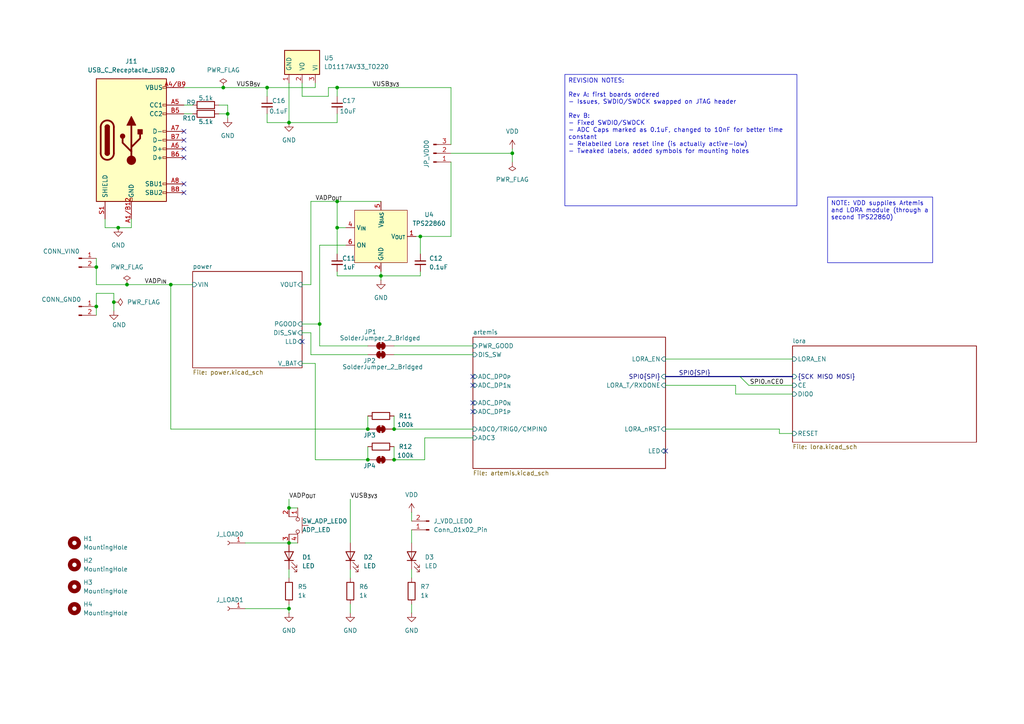
<source format=kicad_sch>
(kicad_sch (version 20231120) (generator "eeschema") (generator_version "8.0")
  (paper "A4")
  (title_block (title "Cathodic Protection Sensor Mk1") (date "2024-06-10") (rev "B"))
  (lib_symbols
    (symbol "Connector:Conn_01x01_Socket" (pin_names (offset 1.016) hide)
      (property "Reference" "J" (at 0 2.54 0))
      (property "Value" "Conn_01x01_Socket" (at 0 -2.54 0))
      (symbol "Conn_01x01_Socket_1_1"
        (polyline (pts (xy -1.27 0) (xy -0.508 0)) (stroke (width 0.1524)))
        (arc (start 0 0.508) (mid -0.5058 0) (end 0 -0.508) (stroke (width 0.1524)))
        (pin passive line (at -5.08 0 0) (length 3.81) (name "Pin_1") (number "1"))
      )
    )
    (symbol "Connector:Conn_01x02_Pin" (pin_names (offset 1.016) hide)
      (property "Reference" "J" (at 0 2.54 0))
      (property "Value" "Conn_01x02_Pin" (at 0 -5.08 0))
      (symbol "Conn_01x02_Pin_1_1"
        (polyline (pts (xy 1.27 -2.54) (xy 0.8636 -2.54)) (stroke (width 0.1524)))
        (polyline (pts (xy 1.27 0) (xy 0.8636 0)) (stroke (width 0.1524)))
        (rectangle (start 0.8636 -2.413) (end 0 -2.667) (stroke (width 0.1524)) (fill (type outline)))
        (rectangle (start 0.8636 0.127) (end 0 -0.127) (stroke (width 0.1524)) (fill (type outline)))
        (pin passive line (at 5.08 0 180) (length 3.81) (name "Pin_1") (number "1"))
        (pin passive line (at 5.08 -2.54 180) (length 3.81) (name "Pin_2") (number "2"))
      )
    )
    (symbol "Connector:Conn_01x03_Pin" (pin_names (offset 1.016) hide)
      (property "Reference" "J" (at 0 5.08 0))
      (property "Value" "Conn_01x03_Pin" (at 0 -5.08 0))
      (symbol "Conn_01x03_Pin_1_1"
        (polyline (pts (xy 1.27 -2.54) (xy 0.8636 -2.54)) (stroke (width 0.1524)))
        (polyline (pts (xy 1.27 0) (xy 0.8636 0)) (stroke (width 0.1524)))
        (polyline (pts (xy 1.27 2.54) (xy 0.8636 2.54)) (stroke (width 0.1524)))
        (rectangle (start 0.8636 -2.413) (end 0 -2.667) (stroke (width 0.1524)) (fill (type outline)))
        (rectangle (start 0.8636 0.127) (end 0 -0.127) (stroke (width 0.1524)) (fill (type outline)))
        (rectangle (start 0.8636 2.667) (end 0 2.413) (stroke (width 0.1524)) (fill (type outline)))
        (pin passive line (at 5.08 2.54 180) (length 3.81) (name "Pin_1") (number "1"))
        (pin passive line (at 5.08 0 180) (length 3.81) (name "Pin_2") (number "2"))
        (pin passive line (at 5.08 -2.54 180) (length 3.81) (name "Pin_3") (number "3"))
      )
    )
    (symbol "Device:C_Small" (pin_numbers hide) (pin_names (offset 0.254) hide)
      (property "Reference" "C" (at 0.254 1.778 0))
      (property "Value" "C_Small" (at 0.254 -2.032 0))
      (symbol "C_Small_0_1"
        (polyline (pts (xy -1.524 -0.508) (xy 1.524 -0.508)) (stroke (width 0.3302)))
        (polyline (pts (xy -1.524 0.508) (xy 1.524 0.508)) (stroke (width 0.3048)))
      )
      (symbol "C_Small_1_1"
        (pin passive line (at 0 2.54 270) (length 2.032) (name "~") (number "1"))
        (pin passive line (at 0 -2.54 90) (length 2.032) (name "~") (number "2"))
      )
    )
    (symbol "Device:LED" (pin_numbers hide) (pin_names (offset 1.016) hide)
      (property "Reference" "D" (at 0 2.54 0))
      (property "Value" "LED" (at 0 -2.54 0))
      (symbol "LED_0_1"
        (polyline (pts (xy -1.27 -1.27) (xy -1.27 1.27)) (stroke (width 0.254)))
        (polyline (pts (xy -1.27 0) (xy 1.27 0)))
        (polyline (pts (xy 1.27 -1.27) (xy 1.27 1.27) (xy -1.27 0) (xy 1.27 -1.27)) (stroke (width 0.254)))
        (polyline (pts (xy -3.048 -0.762) (xy -4.572 -2.286) (xy -3.81 -2.286) (xy -4.572 -2.286) (xy -4.572 -1.524)))
        (polyline (pts (xy -1.778 -0.762) (xy -3.302 -2.286) (xy -2.54 -2.286) (xy -3.302 -2.286) (xy -3.302 -1.524)))
      )
      (symbol "LED_1_1"
        (pin passive line (at -3.81 0 0) (length 2.54) (name "K") (number "1"))
        (pin passive line (at 3.81 0 180) (length 2.54) (name "A") (number "2"))
      )
    )
    (symbol "Device:R" (pin_numbers hide) (pin_names (offset 0))
      (property "Reference" "R" (at 2.032 0 90))
      (property "Value" "R" (at 0 0 90))
      (symbol "R_0_1"
        (rectangle (start -1.016 -2.54) (end 1.016 2.54) (stroke (width 0.254)))
      )
      (symbol "R_1_1"
        (pin passive line (at 0 3.81 270) (length 1.27) (name "~") (number "1"))
        (pin passive line (at 0 -3.81 90) (length 1.27) (name "~") (number "2"))
      )
    )
    (symbol "Jumper:SolderJumper_2_Bridged" (pin_numbers hide) (pin_names (offset 0) hide) (exclude_from_sim yes) (in_bom no)
      (property "Reference" "JP" (at 0 2.032 0))
      (property "Value" "SolderJumper_2_Bridged" (at 0 -2.54 0))
      (symbol "SolderJumper_2_Bridged_0_1"
        (rectangle (start -0.508 0.508) (end 0.508 -0.508) (fill (type outline)))
        (arc (start -0.254 1.016) (mid -1.2656 0) (end -0.254 -1.016))
        (arc (start -0.254 1.016) (mid -1.2656 0) (end -0.254 -1.016) (fill (type outline)))
        (polyline (pts (xy -0.254 1.016) (xy -0.254 -1.016)))
        (polyline (pts (xy 0.254 1.016) (xy 0.254 -1.016)))
        (arc (start 0.254 -1.016) (mid 1.2656 0) (end 0.254 1.016))
        (arc (start 0.254 -1.016) (mid 1.2656 0) (end 0.254 1.016) (fill (type outline)))
      )
      (symbol "SolderJumper_2_Bridged_1_1"
        (pin passive line (at -3.81 0 0) (length 2.54) (name "A") (number "1"))
        (pin passive line (at 3.81 0 180) (length 2.54) (name "B") (number "2"))
      )
    )
    (symbol "Marcano_Connector:USB_C_Receptacle_USB2.0" (pin_names (offset 1.016))
      (property "Reference" "J" (at -10.16 19.05 0))
      (property "Value" "USB_C_Receptacle_USB2.0" (at 19.05 19.05 0))
      (symbol "USB_C_Receptacle_USB2.0_0_0"
        (rectangle (start -0.254 -17.78) (end 0.254 -16.764))
        (rectangle (start 10.16 -14.986) (end 9.144 -15.494))
        (rectangle (start 10.16 -12.446) (end 9.144 -12.954))
        (rectangle (start 10.16 -4.826) (end 9.144 -5.334))
        (rectangle (start 10.16 -2.286) (end 9.144 -2.794))
        (rectangle (start 10.16 0.254) (end 9.144 -0.254))
        (rectangle (start 10.16 2.794) (end 9.144 2.286))
        (rectangle (start 10.16 7.874) (end 9.144 7.366))
        (rectangle (start 10.16 10.414) (end 9.144 9.906))
        (rectangle (start 10.16 15.494) (end 9.144 14.986))
      )
      (symbol "USB_C_Receptacle_USB2.0_0_1"
        (rectangle (start -10.16 17.78) (end 10.16 -17.78) (stroke (width 0.254)) (fill (type background)))
        (arc (start -8.89 -3.81) (mid -6.985 -5.7067) (end -5.08 -3.81) (stroke (width 0.508)))
        (arc (start -7.62 -3.81) (mid -6.985 -4.4423) (end -6.35 -3.81) (stroke (width 0.254)))
        (arc (start -7.62 -3.81) (mid -6.985 -4.4423) (end -6.35 -3.81) (stroke (width 0.254)) (fill (type outline)))
        (rectangle (start -7.62 -3.81) (end -6.35 3.81) (stroke (width 0.254)) (fill (type outline)))
        (arc (start -6.35 3.81) (mid -6.985 4.4423) (end -7.62 3.81) (stroke (width 0.254)))
        (arc (start -6.35 3.81) (mid -6.985 4.4423) (end -7.62 3.81) (stroke (width 0.254)) (fill (type outline)))
        (arc (start -5.08 3.81) (mid -6.985 5.7067) (end -8.89 3.81) (stroke (width 0.508)))
        (circle (center -2.54 1.143) (radius 0.635) (stroke (width 0.254)) (fill (type outline)))
        (circle (center 0 -5.842) (radius 1.27) (fill (type outline)))
        (polyline (pts (xy -8.89 -3.81) (xy -8.89 3.81)) (stroke (width 0.508)))
        (polyline (pts (xy -5.08 3.81) (xy -5.08 -3.81)) (stroke (width 0.508)))
        (polyline (pts (xy 0 -5.842) (xy 0 4.318)) (stroke (width 0.508)))
        (polyline (pts (xy 0 -3.302) (xy -2.54 -0.762) (xy -2.54 0.508)) (stroke (width 0.508)))
        (polyline (pts (xy 0 -2.032) (xy 2.54 0.508) (xy 2.54 1.778)) (stroke (width 0.508)))
        (polyline (pts (xy -1.27 4.318) (xy 0 6.858) (xy 1.27 4.318) (xy -1.27 4.318)) (stroke (width 0.254)) (fill (type outline)))
        (rectangle (start 1.905 1.778) (end 3.175 3.048) (stroke (width 0.254)) (fill (type outline)))
      )
      (symbol "USB_C_Receptacle_USB2.0_1_1"
        (pin passive line (at 0 -22.86 90) (length 5.08) (name "GND") (number "A1/B12"))
        (pin passive line (at 0 -22.86 90) (length 5.08) hide (name "GND") (number "A12/B1"))
        (pin passive line (at 15.24 15.24 180) (length 5.08) (name "VBUS") (number "A4/B9"))
        (pin bidirectional line (at 15.24 10.16 180) (length 5.08) (name "CC1") (number "A5"))
        (pin bidirectional line (at 15.24 -2.54 180) (length 5.08) (name "D+") (number "A6"))
        (pin bidirectional line (at 15.24 2.54 180) (length 5.08) (name "D-") (number "A7"))
        (pin bidirectional line (at 15.24 -12.7 180) (length 5.08) (name "SBU1") (number "A8"))
        (pin passive line (at 15.24 15.24 180) (length 5.08) hide (name "VBUS") (number "A9/B4"))
        (pin bidirectional line (at 15.24 7.62 180) (length 5.08) (name "CC2") (number "B5"))
        (pin bidirectional line (at 15.24 -5.08 180) (length 5.08) (name "D+") (number "B6"))
        (pin bidirectional line (at 15.24 0 180) (length 5.08) (name "D-") (number "B7"))
        (pin bidirectional line (at 15.24 -15.24 180) (length 5.08) (name "SBU2") (number "B8"))
        (pin passive line (at -7.62 -22.86 90) (length 5.08) (name "SHIELD") (number "S1"))
      )
    )
    (symbol "Marcano_Voltage_Regulator:LD1117AV33_TO220" (pin_names (offset 1.016))
      (property "Reference" "U" (at -3.81 3.81 0))
      (property "Value" "LD1117AV33_TO220" (at 10.16 3.81 0))
      (symbol "LD1117AV33_TO220_1_1"
        (rectangle (start -5.08 -5.08) (end 5.08 1.905) (stroke (width 0.254)) (fill (type background)))
        (pin power_in line (at -3.81 -7.62 90) (length 2.54) (name "GND") (number "1"))
        (pin power_out line (at 0 -7.62 90) (length 2.54) (name "VO") (number "2"))
        (pin power_in line (at 3.81 -7.62 90) (length 2.54) (name "VI") (number "3"))
      )
    )
    (symbol "Marcano_Voltage_Regulator:TPS22860"
      (property "Reference" "U" (at 0 0 0))
      (property "Value" "TPS22860" (at -7.62 12.7 0))
      (symbol "TPS22860_1_1"
        (rectangle (start -7.62 7.62) (end 7.62 -7.62) (fill (type background)))
        (pin passive line (at 10.16 0 180) (length 2.54) (name "V_{OUT}") (number "1"))
        (pin power_in line (at 0 -10.16 90) (length 2.54) (name "GND") (number "2"))
        (pin no_connect line (at 10.16 -2.54 180) (length 2.54) hide (name "") (number "3"))
        (pin passive line (at -10.16 2.54 0) (length 2.54) (name "V_{IN}") (number "4"))
        (pin power_in line (at 0 10.16 270) (length 2.54) (name "V_{BIAS}") (number "5"))
        (pin input line (at -10.16 -2.54 0) (length 2.54) (name "ON") (number "6"))
      )
    )
    (symbol "Mechanical:MountingHole" (pin_names (offset 1.016)) (exclude_from_sim yes) (in_bom no)
      (property "Reference" "H" (at 0 5.08 0))
      (property "Value" "MountingHole" (at 0 3.175 0))
      (symbol "MountingHole_0_1"
        (circle (center 0 0) (radius 1.27) (stroke (width 1.27)))
      )
    )
    (symbol "Switch:SW_MEC_5E" (pin_names (offset 1.016) hide)
      (property "Reference" "SW" (at 0.635 5.715 0))
      (property "Value" "SW_MEC_5E" (at 0 -3.175 0))
      (symbol "SW_MEC_5E_0_1"
        (circle (center -1.778 2.54) (radius 0.508))
        (polyline (pts (xy -2.286 3.81) (xy 2.286 3.81)))
        (polyline (pts (xy 0 3.81) (xy 0 5.588)))
        (polyline (pts (xy -2.54 0) (xy -2.54 2.54) (xy -2.286 2.54)))
        (polyline (pts (xy 2.54 0) (xy 2.54 2.54) (xy 2.286 2.54)))
        (circle (center 1.778 2.54) (radius 0.508))
        (pin passive line (at -5.08 2.54 0) (length 2.54) (name "1") (number "1"))
        (pin passive line (at -5.08 0 0) (length 2.54) (name "2") (number "2"))
        (pin passive line (at 5.08 0 180) (length 2.54) (name "K") (number "3"))
        (pin passive line (at 5.08 2.54 180) (length 2.54) (name "A") (number "4"))
      )
    )
    (symbol "power:GND" (power) (pin_numbers hide) (pin_names (offset 0) hide)
      (property "Value" "GND" (at 0 -3.81 0))
      (symbol "GND_0_1"
        (polyline (pts (xy 0 0) (xy 0 -1.27) (xy 1.27 -1.27) (xy 0 -2.54) (xy -1.27 -1.27) (xy 0 -1.27)))
      )
      (symbol "GND_1_1"
        (pin power_in line (at 0 0 270) (length 0) (name "~") (number "1"))
      )
    )
    (symbol "power:PWR_FLAG" (power) (pin_numbers hide) (pin_names (offset 0) hide)
      (property "Value" "PWR_FLAG" (at 0 3.81 0))
      (symbol "PWR_FLAG_0_0"
        (pin power_out line (at 0 0 90) (length 0) (name "~") (number "1"))
      )
      (symbol "PWR_FLAG_0_1"
        (polyline (pts (xy 0 0) (xy 0 1.27) (xy -1.016 1.905) (xy 0 2.54) (xy 1.016 1.905) (xy 0 1.27)))
      )
    )
    (symbol "power:VDD" (power) (pin_numbers hide) (pin_names (offset 0) hide)
      (property "Value" "VDD" (at 0 3.556 0))
      (symbol "VDD_0_1"
        (polyline (pts (xy -0.762 1.27) (xy 0 2.54)))
        (polyline (pts (xy 0 0) (xy 0 2.54)))
        (polyline (pts (xy 0 2.54) (xy 0.762 1.27)))
      )
      (symbol "VDD_1_1"
        (pin power_in line (at 0 0 90) (length 0) (name "~") (number "1"))
      )
    )
  )
  (junction (at 83.82 147.32))
  (junction (at 36.83 82.55))
  (junction (at 148.59 44.45))
  (junction (at 83.82 35.56))
  (junction (at 64.77 25.4))
  (junction (at 106.68 133.35))
  (junction (at 92.71 93.98))
  (junction (at 83.82 157.48))
  (junction (at 110.49 80.01))
  (junction (at 27.94 77.47))
  (junction (at 114.3 124.46))
  (junction (at 83.82 176.53))
  (junction (at 33.02 87.63))
  (junction (at 97.79 66.04))
  (junction (at 97.79 58.42))
  (junction (at 66.04 33.02))
  (junction (at 114.3 133.35))
  (junction (at 77.47 25.4))
  (junction (at 121.92 68.58))
  (junction (at 34.29 66.04))
  (junction (at 106.68 124.46))
  (junction (at 97.79 25.4))
  (junction (at 27.94 88.9))
  (junction (at 49.53 82.55))
  (no_connect (at 53.34 40.64))
  (no_connect (at 137.16 116.84))
  (no_connect (at 53.34 43.18))
  (no_connect (at 137.16 119.38))
  (no_connect (at 87.63 99.06))
  (no_connect (at 53.34 38.1))
  (no_connect (at 53.34 53.34))
  (no_connect (at 193.04 130.81))
  (no_connect (at 137.16 109.22))
  (no_connect (at 53.34 55.88))
  (no_connect (at 53.34 45.72))
  (no_connect (at 137.16 111.76))
  (bus_entry (at 214.63 109.22) (size 2.54 2.54))
  (wire (pts (xy 110.49 80.01) (xy 121.92 80.01)))
  (wire (pts (xy 92.71 100.33) (xy 106.68 100.33)))
  (wire (pts (xy 114.3 120.65) (xy 114.3 124.46)))
  (wire (pts (xy 106.68 120.65) (xy 106.68 124.46)))
  (wire (pts (xy 97.79 58.42) (xy 110.49 58.42)))
  (wire (pts (xy 63.5 30.48) (xy 66.04 30.48)))
  (wire (pts (xy 83.82 35.56) (xy 97.79 35.56)))
  (bus (pts (xy 193.04 109.22) (xy 214.63 109.22)))
  (wire (pts (xy 77.47 25.4) (xy 77.47 27.94)))
  (wire (pts (xy 77.47 35.56) (xy 83.82 35.56)))
  (wire (pts (xy 226.06 124.46) (xy 226.06 125.73)))
  (wire (pts (xy 114.3 129.54) (xy 114.3 133.35)))
  (wire (pts (xy 33.02 85.09) (xy 33.02 87.63)))
  (wire (pts (xy 83.82 147.32) (xy 86.36 147.32)))
  (wire (pts (xy 95.25 25.4) (xy 97.79 25.4)))
  (wire (pts (xy 83.82 165.1) (xy 83.82 167.64)))
  (wire (pts (xy 92.71 71.12) (xy 92.71 93.98)))
  (wire (pts (xy 130.81 46.99) (xy 130.81 68.58)))
  (wire (pts (xy 30.48 66.04) (xy 34.29 66.04)))
  (wire (pts (xy 101.6 175.26) (xy 101.6 177.8)))
  (wire (pts (xy 106.68 129.54) (xy 106.68 133.35)))
  (wire (pts (xy 120.65 68.58) (xy 121.92 68.58)))
  (wire (pts (xy 119.38 175.26) (xy 119.38 177.8)))
  (wire (pts (xy 121.92 68.58) (xy 121.92 73.66)))
  (wire (pts (xy 53.34 33.02) (xy 55.88 33.02)))
  (wire (pts (xy 110.49 80.01) (xy 110.49 78.74)))
  (wire (pts (xy 87.63 82.55) (xy 90.17 82.55)))
  (wire (pts (xy 71.12 176.53) (xy 83.82 176.53)))
  (wire (pts (xy 121.92 78.74) (xy 121.92 80.01)))
  (wire (pts (xy 83.82 157.48) (xy 71.12 157.48)))
  (wire (pts (xy 130.81 25.4) (xy 130.81 41.91)))
  (wire (pts (xy 119.38 153.67) (xy 119.38 157.48)))
  (wire (pts (xy 34.29 66.04) (xy 38.1 66.04)))
  (wire (pts (xy 53.34 25.4) (xy 64.77 25.4)))
  (wire (pts (xy 27.94 88.9) (xy 27.94 85.09)))
  (wire (pts (xy 63.5 33.02) (xy 66.04 33.02)))
  (wire (pts (xy 110.49 80.01) (xy 97.79 80.01)))
  (wire (pts (xy 30.48 63.5) (xy 30.48 66.04)))
  (wire (pts (xy 114.3 100.33) (xy 137.16 100.33)))
  (wire (pts (xy 114.3 133.35) (xy 123.19 133.35)))
  (wire (pts (xy 91.44 133.35) (xy 106.68 133.35)))
  (wire (pts (xy 66.04 30.48) (xy 66.04 33.02)))
  (wire (pts (xy 130.81 44.45) (xy 148.59 44.45)))
  (wire (pts (xy 87.63 96.52) (xy 90.17 96.52)))
  (wire (pts (xy 97.79 66.04) (xy 97.79 73.66)))
  (wire (pts (xy 193.04 124.46) (xy 226.06 124.46)))
  (wire (pts (xy 90.17 96.52) (xy 90.17 102.87)))
  (wire (pts (xy 77.47 25.4) (xy 91.44 25.4)))
  (wire (pts (xy 137.16 102.87) (xy 114.3 102.87)))
  (wire (pts (xy 83.82 176.53) (xy 83.82 177.8)))
  (wire (pts (xy 83.82 157.48) (xy 86.36 157.48)))
  (wire (pts (xy 213.36 114.3) (xy 229.87 114.3)))
  (wire (pts (xy 101.6 144.78) (xy 101.6 157.48)))
  (wire (pts (xy 100.33 71.12) (xy 92.71 71.12)))
  (wire (pts (xy 33.02 87.63) (xy 33.02 90.17)))
  (wire (pts (xy 92.71 93.98) (xy 92.71 100.33)))
  (wire (pts (xy 38.1 66.04) (xy 38.1 63.5)))
  (wire (pts (xy 83.82 144.78) (xy 83.82 147.32)))
  (wire (pts (xy 114.3 124.46) (xy 137.16 124.46)))
  (wire (pts (xy 77.47 33.02) (xy 77.47 35.56)))
  (wire (pts (xy 87.63 27.94) (xy 95.25 27.94)))
  (wire (pts (xy 87.63 24.13) (xy 87.63 27.94)))
  (wire (pts (xy 27.94 85.09) (xy 33.02 85.09)))
  (wire (pts (xy 106.68 124.46) (xy 49.53 124.46)))
  (wire (pts (xy 121.92 68.58) (xy 130.81 68.58)))
  (wire (pts (xy 97.79 25.4) (xy 130.81 25.4)))
  (wire (pts (xy 90.17 58.42) (xy 97.79 58.42)))
  (wire (pts (xy 27.94 82.55) (xy 36.83 82.55)))
  (wire (pts (xy 123.19 133.35) (xy 123.19 127)))
  (wire (pts (xy 83.82 24.13) (xy 83.82 35.56)))
  (wire (pts (xy 66.04 33.02) (xy 66.04 34.29)))
  (wire (pts (xy 97.79 25.4) (xy 97.79 27.94)))
  (wire (pts (xy 97.79 33.02) (xy 97.79 35.56)))
  (wire (pts (xy 87.63 93.98) (xy 92.71 93.98)))
  (wire (pts (xy 193.04 104.14) (xy 229.87 104.14)))
  (bus (pts (xy 229.87 109.22) (xy 214.63 109.22)))
  (wire (pts (xy 27.94 74.93) (xy 27.94 77.47)))
  (wire (pts (xy 101.6 165.1) (xy 101.6 167.64)))
  (wire (pts (xy 97.79 66.04) (xy 100.33 66.04)))
  (wire (pts (xy 226.06 125.73) (xy 229.87 125.73)))
  (wire (pts (xy 27.94 88.9) (xy 27.94 91.44)))
  (wire (pts (xy 53.34 30.48) (xy 55.88 30.48)))
  (wire (pts (xy 123.19 127) (xy 137.16 127)))
  (wire (pts (xy 97.79 80.01) (xy 97.79 78.74)))
  (wire (pts (xy 148.59 43.18) (xy 148.59 44.45)))
  (wire (pts (xy 217.17 111.76) (xy 229.87 111.76)))
  (wire (pts (xy 91.44 25.4) (xy 91.44 24.13)))
  (wire (pts (xy 193.04 111.76) (xy 213.36 111.76)))
  (wire (pts (xy 119.38 165.1) (xy 119.38 167.64)))
  (wire (pts (xy 119.38 148.59) (xy 119.38 151.13)))
  (wire (pts (xy 49.53 82.55) (xy 55.88 82.55)))
  (wire (pts (xy 90.17 82.55) (xy 90.17 58.42)))
  (wire (pts (xy 90.17 102.87) (xy 106.68 102.87)))
  (wire (pts (xy 64.77 25.4) (xy 77.47 25.4)))
  (wire (pts (xy 91.44 105.41) (xy 91.44 133.35)))
  (wire (pts (xy 83.82 175.26) (xy 83.82 176.53)))
  (wire (pts (xy 97.79 58.42) (xy 97.79 66.04)))
  (wire (pts (xy 87.63 105.41) (xy 91.44 105.41)))
  (wire (pts (xy 148.59 44.45) (xy 148.59 46.99)))
  (wire (pts (xy 27.94 77.47) (xy 27.94 82.55)))
  (wire (pts (xy 49.53 124.46) (xy 49.53 82.55)))
  (wire (pts (xy 213.36 111.76) (xy 213.36 114.3)))
  (wire (pts (xy 95.25 27.94) (xy 95.25 25.4)))
  (wire (pts (xy 110.49 81.28) (xy 110.49 80.01)))
  (wire (pts (xy 36.83 82.55) (xy 49.53 82.55)))
  (text_box "REVISION NOTES:\n\nRev A: first boards ordered\n- Issues, SWDIO/SWDCK swapped on JTAG header\n\nRev B:\n- Fixed SWDIO/SWDCK\n- ADC Caps marked as 0.1uF, changed to 10nF for better time constant\n- Relabelled Lora reset line (is actually active-low)\n- Tweaked labels, added symbols for mounting holes" (at 163.83 21.59 0) (size 67.31 38.1) (effects (font (size 1.27 1.27)) (justify left top)))
  (text_box "NOTE: VDD supplies Artemis and LORA module (through a second TPS22860)" (at 240.03 57.15 0) (size 30.48 19.05) (effects (font (size 1.27 1.27)) (justify left top)))
  (label "VADP_{OUT}" (at 83.82 144.78 0))
  (label "VADP_{OUT}" (at 91.44 58.42 0))
  (label "VUSB_{3V3}" (at 101.6 144.78 0))
  (label "SPI0{SPI}" (at 196.85 109.22 0))
  (label "VUSB_{5V}" (at 68.58 25.4 0))
  (label "VADP_{IN}" (at 41.91 82.55 0))
  (label "VUSB_{3V3}" (at 107.95 25.4 0))
  (label "SPI0.nCE0" (at 227.33 111.76 180))
  (symbol (lib_id "power:GND") (at 83.82 35.56 0) (unit 1)
    (property "Reference" "#PWR045" (effects (hide yes)))
    (property "Value" "GND" (at 83.82 40.64 0))
    (property "Description" "Power symbol creates a global label with name \"GND\" , ground" (effects (hide yes)))
  )
  (symbol (lib_id "Device:R") (at 59.69 33.02 90) (unit 1)
    (property "Reference" "R10" (at 54.864 34.29 90))
    (property "Value" "5.1k" (at 59.69 35.306 90))
    (property "Footprint" "Resistor_SMD:R_0603_1608Metric_Pad0.98x0.95mm_HandSolder" (effects (hide yes)))
    (property "Description" "Resistor" (effects (hide yes)))
  )
  (symbol (lib_id "power:VDD") (at 119.38 148.59 0) (unit 1)
    (property "Reference" "#PWR040" (effects (hide yes)))
    (property "Value" "VDD" (at 119.38 143.51 0))
    (property "Description" "Power symbol creates a global label with name \"VDD\"" (effects (hide yes)))
  )
  (symbol (lib_id "power:VDD") (at 148.59 43.18 0) (unit 1)
    (property "Reference" "#PWR037" (effects (hide yes)))
    (property "Value" "VDD" (at 148.59 38.1 0))
    (property "Description" "Power symbol creates a global label with name \"VDD\"" (effects (hide yes)))
  )
  (symbol (lib_id "power:PWR_FLAG") (at 64.77 25.4 0) (unit 1)
    (property "Reference" "#FLG010" (effects (hide yes)))
    (property "Value" "PWR_FLAG" (at 64.77 20.32 0))
    (property "Description" "Special symbol for telling ERC where power comes from" (effects (hide yes)))
  )
  (symbol (lib_id "power:GND") (at 101.6 177.8 0) (unit 1)
    (property "Reference" "#PWR019" (effects (hide yes)))
    (property "Value" "GND" (at 101.6 182.88 0))
    (property "Description" "Power symbol creates a global label with name \"GND\" , ground" (effects (hide yes)))
  )
  (symbol (lib_id "Mechanical:MountingHole") (at 21.59 176.53 0) (unit 1) (exclude_from_sim yes) (in_bom no)
    (property "Reference" "H4" (at 24.13 175.2599 0) (effects (justify left)))
    (property "Value" "MountingHole" (at 24.13 177.7999 0) (effects (justify left)))
    (property "Footprint" "MountingHole:MountingHole_3.5mm" (effects (hide yes)))
    (property "Description" "Mounting Hole without connection" (effects (hide yes)))
  )
  (symbol (lib_id "power:GND") (at 119.38 177.8 0) (unit 1)
    (property "Reference" "#PWR039" (effects (hide yes)))
    (property "Value" "GND" (at 119.38 182.88 0))
    (property "Description" "Power symbol creates a global label with name \"GND\" , ground" (effects (hide yes)))
  )
  (symbol (lib_id "Jumper:SolderJumper_2_Bridged") (at 110.49 133.35 0) (unit 1) (exclude_from_sim yes) (in_bom no)
    (property "Reference" "JP4" (at 107.188 135.128 0))
    (property "Value" "SolderJumper_2_Bridged" (effects (hide yes)))
    (property "Footprint" "Jumper:SolderJumper-2_P1.3mm_Bridged_RoundedPad1.0x1.5mm" (effects (hide yes)))
    (property "Description" "Solder Jumper, 2-pole, closed/bridged" (effects (hide yes)))
  )
  (symbol (lib_id "Mechanical:MountingHole") (at 21.59 170.18 0) (unit 1) (exclude_from_sim yes) (in_bom no)
    (property "Reference" "H3" (at 24.13 168.9099 0) (effects (justify left)))
    (property "Value" "MountingHole" (at 24.13 171.4499 0) (effects (justify left)))
    (property "Footprint" "MountingHole:MountingHole_3.5mm" (effects (hide yes)))
    (property "Description" "Mounting Hole without connection" (effects (hide yes)))
  )
  (symbol (lib_id "Connector:Conn_01x01_Socket") (at 66.04 176.53 180) (unit 1)
    (property "Reference" "J_LOAD1" (at 66.675 173.99 0))
    (property "Value" "Conn_01x01_Socket" (effects (hide yes)))
    (property "Footprint" "Connector_PinSocket_2.54mm:PinSocket_1x01_P2.54mm_Vertical" (effects (hide yes)))
    (property "Description" "Generic connector, single row, 01x01, script generated" (effects (hide yes)))
  )
  (symbol (lib_id "Device:LED") (at 119.38 161.29 90) (unit 1)
    (property "Reference" "D3" (at 123.19 161.6074 90) (effects (justify right)))
    (property "Value" "LED" (at 123.19 164.1474 90) (effects (justify right)))
    (property "Footprint" "LED_SMD:LED_0603_1608Metric_Pad1.05x0.95mm_HandSolder" (effects (hide yes)))
    (property "Description" "Light emitting diode" (effects (hide yes)))
  )
  (symbol (lib_id "power:GND") (at 66.04 34.29 0) (unit 1)
    (property "Reference" "#PWR043" (effects (hide yes)))
    (property "Value" "GND" (at 66.04 39.37 0))
    (property "Description" "Power symbol creates a global label with name \"GND\" , ground" (effects (hide yes)))
  )
  (symbol (lib_id "Device:C_Small") (at 77.47 30.48 0) (mirror y) (unit 1)
    (property "Reference" "C16" (at 82.804 29.21 0) (effects (justify left)))
    (property "Value" "0.1uF" (at 83.566 32.258 0) (effects (justify left)))
    (property "Footprint" "Capacitor_SMD:C_0603_1608Metric_Pad1.08x0.95mm_HandSolder" (effects (hide yes)))
    (property "Description" "Unpolarized capacitor, small symbol" (effects (hide yes)))
  )
  (symbol (lib_id "Device:LED") (at 83.82 161.29 90) (unit 1)
    (property "Reference" "D1" (at 87.63 161.6074 90) (effects (justify right)))
    (property "Value" "LED" (at 87.63 164.1474 90) (effects (justify right)))
    (property "Footprint" "LED_SMD:LED_0603_1608Metric_Pad1.05x0.95mm_HandSolder" (effects (hide yes)))
    (property "Description" "Light emitting diode" (effects (hide yes)))
  )
  (symbol (lib_id "Device:R") (at 83.82 171.45 0) (unit 1)
    (property "Reference" "R5" (at 86.36 170.1799 0) (effects (justify left)))
    (property "Value" "1k" (at 86.36 172.7199 0) (effects (justify left)))
    (property "Footprint" "Resistor_SMD:R_0603_1608Metric_Pad0.98x0.95mm_HandSolder" (effects (hide yes)))
    (property "Description" "Resistor" (effects (hide yes)))
  )
  (symbol (lib_id "Jumper:SolderJumper_2_Bridged") (at 110.49 100.33 0) (unit 1) (exclude_from_sim yes) (in_bom no)
    (property "Reference" "JP1" (at 107.442 96.266 0))
    (property "Value" "SolderJumper_2_Bridged" (at 110.236 98.044 0))
    (property "Footprint" "Jumper:SolderJumper-2_P1.3mm_Bridged_RoundedPad1.0x1.5mm" (effects (hide yes)))
    (property "Description" "Solder Jumper, 2-pole, closed/bridged" (effects (hide yes)))
  )
  (symbol (lib_id "Connector:Conn_01x01_Socket") (at 66.04 157.48 180) (unit 1)
    (property "Reference" "J_LOAD0" (at 66.675 154.94 0))
    (property "Value" "Conn_01x01_Socket" (effects (hide yes)))
    (property "Footprint" "Connector_PinSocket_2.54mm:PinSocket_1x01_P2.54mm_Vertical" (effects (hide yes)))
    (property "Description" "Generic connector, single row, 01x01, script generated" (effects (hide yes)))
  )
  (symbol (lib_id "power:GND") (at 34.29 66.04 0) (unit 1)
    (property "Reference" "#PWR024" (effects (hide yes)))
    (property "Value" "GND" (at 34.29 71.12 0))
    (property "Description" "Power symbol creates a global label with name \"GND\" , ground" (effects (hide yes)))
  )
  (symbol (lib_id "Switch:SW_MEC_5E") (at 83.82 152.4 270) (unit 1)
    (property "Reference" "SW_ADP_LED0" (at 87.63 151.1299 90) (effects (justify left)))
    (property "Value" "ADP_LED" (at 87.63 153.6699 90) (effects (justify left)))
    (property "Footprint" "0JV_CPM_Footprints:SMT_FS_PTS526" (effects (hide yes)))
    (property "Datasheet" "https://www.digikey.com/en/products/detail/c-k/PTS526-SK15-SMTR2-LFS/10056626" (effects (hide yes)))
    (property "Description" "Push button switch, generic, two pins" (effects (hide yes)))
    (property "Digikey PN" "CKN12221-1-ND" (effects (hide yes)))
    (property "PN" "PTS526 SK15 SMTR2 LFS" (effects (hide yes)))
  )
  (symbol (lib_id "Jumper:SolderJumper_2_Bridged") (at 110.49 124.46 0) (unit 1) (exclude_from_sim yes) (in_bom no)
    (property "Reference" "JP3" (at 107.188 126.238 0))
    (property "Value" "SolderJumper_2_Bridged" (effects (hide yes)))
    (property "Footprint" "Jumper:SolderJumper-2_P1.3mm_Bridged_RoundedPad1.0x1.5mm" (effects (hide yes)))
    (property "Description" "Solder Jumper, 2-pole, closed/bridged" (effects (hide yes)))
  )
  (symbol (lib_id "Device:R") (at 119.38 171.45 0) (unit 1)
    (property "Reference" "R7" (at 121.92 170.1799 0) (effects (justify left)))
    (property "Value" "1k" (at 121.92 172.7199 0) (effects (justify left)))
    (property "Footprint" "Resistor_SMD:R_0603_1608Metric_Pad0.98x0.95mm_HandSolder" (effects (hide yes)))
    (property "Description" "Resistor" (effects (hide yes)))
  )
  (symbol (lib_id "power:PWR_FLAG") (at 36.83 82.55 0) (unit 1)
    (property "Reference" "#FLG02" (effects (hide yes)))
    (property "Value" "PWR_FLAG" (at 36.83 77.47 0))
    (property "Description" "Special symbol for telling ERC where power comes from" (effects (hide yes)))
  )
  (symbol (lib_id "Device:C_Small") (at 97.79 30.48 0) (mirror y) (unit 1)
    (property "Reference" "C17" (at 103.124 29.21 0) (effects (justify left)))
    (property "Value" "10uF" (at 103.378 32.258 0) (effects (justify left)))
    (property "Footprint" "Capacitor_SMD:C_0603_1608Metric_Pad1.08x0.95mm_HandSolder" (effects (hide yes)))
    (property "Description" "Unpolarized capacitor, small symbol" (effects (hide yes)))
  )
  (symbol (lib_id "power:GND") (at 83.82 177.8 0) (unit 1)
    (property "Reference" "#PWR018" (effects (hide yes)))
    (property "Value" "GND" (at 83.82 182.88 0))
    (property "Description" "Power symbol creates a global label with name \"GND\" , ground" (effects (hide yes)))
  )
  (symbol (lib_id "Device:C_Small") (at 121.92 76.2 0) (unit 1)
    (property "Reference" "C12" (at 124.46 74.9362 0) (effects (justify left)))
    (property "Value" "0.1uF" (at 124.46 77.4762 0) (effects (justify left)))
    (property "Footprint" "Capacitor_SMD:C_0603_1608Metric_Pad1.08x0.95mm_HandSolder" (effects (hide yes)))
    (property "Description" "Unpolarized capacitor, small symbol" (effects (hide yes)))
  )
  (symbol (lib_id "Marcano_Voltage_Regulator:LD1117AV33_TO220") (at 87.63 16.51 0) (unit 1)
    (property "Reference" "U5" (at 93.98 16.8274 0) (effects (justify left)))
    (property "Value" "LD1117AV33_TO220" (at 93.98 19.3674 0) (effects (justify left)))
    (property "Footprint" "Package_TO_SOT_THT:TO-220-3_Horizontal_TabDown" (effects (hide yes)))
    (property "Datasheet" "https://www.st.com/content/ccc/resource/technical/document/datasheet/a5/c3/3f/c9/2b/15/40/49/CD00002116.pdf/files/CD00002116.pdf/jcr:content/translations/en.CD00002116.pdf" (effects (hide yes)))
  )
  (symbol (lib_id "Mechanical:MountingHole") (at 21.59 157.48 0) (unit 1) (exclude_from_sim yes) (in_bom no)
    (property "Reference" "H1" (at 24.13 156.2099 0) (effects (justify left)))
    (property "Value" "MountingHole" (at 24.13 158.7499 0) (effects (justify left)))
    (property "Footprint" "MountingHole:MountingHole_3.5mm" (effects (hide yes)))
    (property "Description" "Mounting Hole without connection" (effects (hide yes)))
  )
  (symbol (lib_id "Mechanical:MountingHole") (at 21.59 163.83 0) (unit 1) (exclude_from_sim yes) (in_bom no)
    (property "Reference" "H2" (at 24.13 162.5599 0) (effects (justify left)))
    (property "Value" "MountingHole" (at 24.13 165.0999 0) (effects (justify left)))
    (property "Footprint" "MountingHole:MountingHole_3.5mm" (effects (hide yes)))
    (property "Description" "Mounting Hole without connection" (effects (hide yes)))
  )
  (symbol (lib_id "power:PWR_FLAG") (at 148.59 46.99 180) (unit 1)
    (property "Reference" "#FLG05" (effects (hide yes)))
    (property "Value" "PWR_FLAG" (at 148.59 52.07 0))
    (property "Description" "Special symbol for telling ERC where power comes from" (effects (hide yes)))
  )
  (symbol (lib_id "Device:R") (at 59.69 30.48 90) (unit 1)
    (property "Reference" "R9" (at 55.372 29.718 90))
    (property "Value" "5.1k" (at 59.69 28.448 90))
    (property "Footprint" "Resistor_SMD:R_0603_1608Metric_Pad0.98x0.95mm_HandSolder" (effects (hide yes)))
    (property "Description" "Resistor" (effects (hide yes)))
  )
  (symbol (lib_id "Device:R") (at 101.6 171.45 0) (unit 1)
    (property "Reference" "R6" (at 104.14 170.1799 0) (effects (justify left)))
    (property "Value" "1k" (at 104.14 172.7199 0) (effects (justify left)))
    (property "Footprint" "Resistor_SMD:R_0603_1608Metric_Pad0.98x0.95mm_HandSolder" (effects (hide yes)))
    (property "Description" "Resistor" (effects (hide yes)))
  )
  (symbol (lib_id "Connector:Conn_01x02_Pin") (at 22.86 88.9 0) (unit 1)
    (property "Reference" "CONN_GND0" (at 17.78 86.868 0))
    (property "Value" "Conn_01x02_Pin" (effects (hide yes)))
    (property "Footprint" "Connector_PinHeader_2.54mm:PinHeader_1x02_P2.54mm_Vertical" (effects (hide yes)))
    (property "Description" "Generic connector, single row, 01x02, script generated" (effects (hide yes)))
  )
  (symbol (lib_id "Marcano_Connector:USB_C_Receptacle_USB2.0") (at 38.1 40.64 0) (unit 1)
    (property "Reference" "J11" (at 38.1 17.78 0))
    (property "Value" "USB_C_Receptacle_USB2.0" (at 38.1 20.32 0))
    (property "Footprint" "0JV_CPM_Footprints:USB4105-GF-A" (effects (hide yes)))
    (property "Datasheet" "https://www.digikey.com/en/products/detail/gct/USB4105-GF-A/11198441" (effects (hide yes)))
    (property "Description" "USB 2.0-only Type-C Receptacle connector" (effects (hide yes)))
    (property "PN" "USB4105-GF-A" (effects (hide yes)))
    (property "Digikey PN" "2073-USB4105-GF-ACT-ND" (effects (hide yes)))
  )
  (symbol (lib_id "Device:R") (at 110.49 120.65 90) (unit 1)
    (property "Reference" "R11" (at 117.602 120.65 90))
    (property "Value" "100k" (at 117.602 123.19 90))
    (property "Footprint" "Resistor_SMD:R_0603_1608Metric_Pad0.98x0.95mm_HandSolder" (effects (hide yes)))
    (property "Description" "Resistor" (effects (hide yes)))
  )
  (symbol (lib_id "Device:R") (at 110.49 129.54 90) (unit 1)
    (property "Reference" "R12" (at 117.602 129.54 90))
    (property "Value" "100k" (at 117.602 132.08 90))
    (property "Footprint" "Resistor_SMD:R_0603_1608Metric_Pad0.98x0.95mm_HandSolder" (effects (hide yes)))
    (property "Description" "Resistor" (effects (hide yes)))
  )
  (symbol (lib_id "power:GND") (at 110.49 81.28 0) (unit 1)
    (property "Reference" "#PWR036" (effects (hide yes)))
    (property "Value" "GND" (at 110.49 86.36 0))
    (property "Description" "Power symbol creates a global label with name \"GND\" , ground" (effects (hide yes)))
  )
  (symbol (lib_id "power:PWR_FLAG") (at 33.02 87.63 270) (unit 1)
    (property "Reference" "#FLG01" (effects (hide yes)))
    (property "Value" "PWR_FLAG" (at 36.83 87.6299 90) (effects (justify left)))
    (property "Description" "Special symbol for telling ERC where power comes from" (effects (hide yes)))
  )
  (symbol (lib_id "Device:LED") (at 101.6 161.29 90) (unit 1)
    (property "Reference" "D2" (at 105.41 161.6074 90) (effects (justify right)))
    (property "Value" "LED" (at 105.41 164.1474 90) (effects (justify right)))
    (property "Footprint" "LED_SMD:LED_0603_1608Metric_Pad1.05x0.95mm_HandSolder" (effects (hide yes)))
    (property "Description" "Light emitting diode" (effects (hide yes)))
  )
  (symbol (lib_id "Connector:Conn_01x03_Pin") (at 125.73 44.45 0) (mirror x) (unit 1)
    (property "Reference" "JP_VDD0" (at 123.698 48.768 90) (effects (justify right)))
    (property "Value" "Conn_01x03_Pin" (effects (hide yes)))
    (property "Footprint" "Connector_PinHeader_2.54mm:PinHeader_1x03_P2.54mm_Vertical" (effects (hide yes)))
    (property "Description" "Generic connector, single row, 01x03, script generated" (effects (hide yes)))
  )
  (symbol (lib_id "power:GND") (at 33.02 90.17 0) (unit 1)
    (property "Reference" "#PWR01" (effects (hide yes)))
    (property "Value" "GND" (at 34.544 94.234 0))
    (property "Description" "Power symbol creates a global label with name \"GND\" , ground" (effects (hide yes)))
  )
  (symbol (lib_id "Connector:Conn_01x02_Pin") (at 22.86 74.93 0) (unit 1)
    (property "Reference" "CONN_VIN0" (at 17.78 72.898 0))
    (property "Value" "Conn_01x02_Pin" (effects (hide yes)))
    (property "Footprint" "Connector_PinHeader_2.54mm:PinHeader_1x02_P2.54mm_Vertical" (effects (hide yes)))
    (property "Description" "Generic connector, single row, 01x02, script generated" (effects (hide yes)))
  )
  (symbol (lib_id "Marcano_Voltage_Regulator:TPS22860") (at 110.49 68.58 0) (unit 1)
    (property "Reference" "U4" (at 124.46 62.2614 0))
    (property "Value" "TPS22860" (at 124.46 64.8014 0))
    (property "Footprint" "Package_TO_SOT_SMD:SOT-23-6" (effects (hide yes)))
    (property "Datasheet" "https://www.ti.com/lit/ds/symlink/tps22860.pdf" (effects (hide yes)))
    (property "Description" "Low leakage Power Switch" (effects (hide yes)))
    (property "PN" "TPS22860DBVR" (effects (hide yes)))
    (property "Digikey PN" "296-43982-1-ND " (effects (hide yes)))
  )
  (symbol (lib_id "Jumper:SolderJumper_2_Bridged") (at 110.49 102.87 0) (unit 1) (exclude_from_sim yes) (in_bom no)
    (property "Reference" "JP2" (at 107.188 104.648 0))
    (property "Value" "SolderJumper_2_Bridged" (at 110.998 106.426 0))
    (property "Footprint" "Jumper:SolderJumper-2_P1.3mm_Bridged_RoundedPad1.0x1.5mm" (effects (hide yes)))
    (property "Description" "Solder Jumper, 2-pole, closed/bridged" (effects (hide yes)))
  )
  (symbol (lib_id "Device:C_Small") (at 97.79 76.2 0) (mirror y) (unit 1)
    (property "Reference" "C11" (at 103.124 74.93 0) (effects (justify left)))
    (property "Value" "1uF" (at 103.124 77.47 0) (effects (justify left)))
    (property "Footprint" "Capacitor_SMD:C_0603_1608Metric_Pad1.08x0.95mm_HandSolder" (effects (hide yes)))
    (property "Description" "Unpolarized capacitor, small symbol" (effects (hide yes)))
  )
  (symbol (lib_id "Connector:Conn_01x02_Pin") (at 124.46 153.67 180) (unit 1)
    (property "Reference" "J_VDD_LED0" (at 125.73 151.1299 0) (effects (justify right)))
    (property "Value" "Conn_01x02_Pin" (at 125.73 153.6699 0) (effects (justify right)))
    (property "Footprint" "Connector_PinHeader_2.54mm:PinHeader_1x02_P2.54mm_Vertical" (effects (hide yes)))
    (property "Description" "Generic connector, single row, 01x02, script generated" (effects (hide yes)))
  )
  (sheet (at 55.88 78.74) (size 31.75 27.94) (stroke (width 0.1524))
    (property "Sheetname" "power" (at 55.88 78.0284 0) (effects (justify left bottom)))
    (property "Sheetfile" "power.kicad_sch" (at 55.88 107.2646 0) (effects (justify left top)))
    (pin "PGOOD" input (at 87.63 93.98 0))
    (pin "DIS_SW" input (at 87.63 96.52 0))
    (pin "LLD" input (at 87.63 99.06 0))
    (pin "VOUT" input (at 87.63 82.55 0))
    (pin "VIN" input (at 55.88 82.55 180))
    (pin "V_BAT" input (at 87.63 105.41 0))
  )
  (sheet (at 137.16 97.79) (size 55.88 38.1) (stroke (width 0.1524))
    (property "Sheetname" "artemis" (at 137.16 97.0784 0) (effects (justify left bottom)))
    (property "Sheetfile" "artemis.kicad_sch" (at 137.16 136.4746 0) (effects (justify left top)))
    (pin "ADC_DP0_{P}" input (at 137.16 109.22 180))
    (pin "ADC_DP1_{N}" input (at 137.16 111.76 180))
    (pin "ADC_DP0_{N}" input (at 137.16 116.84 180))
    (pin "ADC_DP1_{P}" input (at 137.16 119.38 180))
    (pin "ADC0{slash}TRIG0{slash}CMPIN0" input (at 137.16 124.46 180))
    (pin "ADC3" input (at 137.16 127 180))
    (pin "PWR_GOOD" input (at 137.16 100.33 180))
    (pin "LORA_EN" input (at 193.04 104.14 0))
    (pin "DIS_SW" input (at 137.16 102.87 180))
    (pin "LORA_T{slash}RXDONE" input (at 193.04 111.76 0))
    (pin "SPI0{SPI}" input (at 193.04 109.22 0))
    (pin "LED" input (at 193.04 130.81 0))
    (pin "LORA_nRST" input (at 193.04 124.46 0))
  )
  (sheet (at 229.87 100.33) (size 53.34 27.94) (stroke (width 0.1524))
    (property "Sheetname" "lora" (at 229.87 99.6184 0) (effects (justify left bottom)))
    (property "Sheetfile" "lora.kicad_sch" (at 229.87 128.8546 0) (effects (justify left top)))
    (pin "DIO0" input (at 229.87 114.3 180))
    (pin "LORA_EN" input (at 229.87 104.14 180))
    (pin "{SCK MISO MOSI}" input (at 229.87 109.22 180))
    (pin "RESET" input (at 229.87 125.73 180))
    (pin "CE" input (at 229.87 111.76 180))
  )
)
</source>
